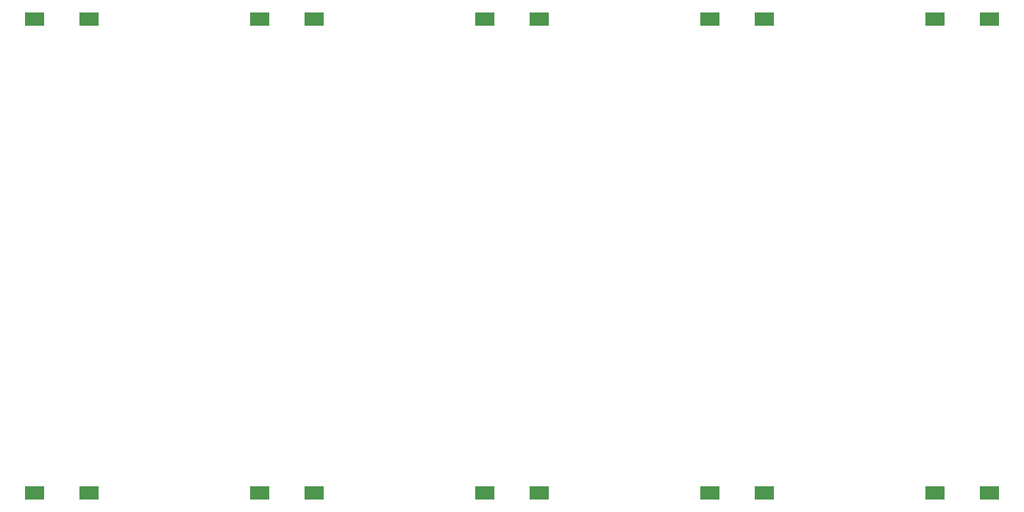
<source format=gbp>
G04 EAGLE Gerber RS-274X export*
G75*
%MOMM*%
%FSLAX34Y34*%
%LPD*%
%INSolderpaste Bottom*%
%IPPOS*%
%AMOC8*
5,1,8,0,0,1.08239X$1,22.5*%
G01*
%ADD10R,2.300000X1.600000*%


D10*
X158500Y25400D03*
X95500Y25400D03*
X417580Y25400D03*
X354580Y25400D03*
X676660Y25400D03*
X613660Y25400D03*
X935740Y25400D03*
X872740Y25400D03*
X1194820Y25400D03*
X1131820Y25400D03*
X158500Y571500D03*
X95500Y571500D03*
X417580Y571500D03*
X354580Y571500D03*
X676660Y571500D03*
X613660Y571500D03*
X935740Y571500D03*
X872740Y571500D03*
X1194820Y571500D03*
X1131820Y571500D03*
M02*

</source>
